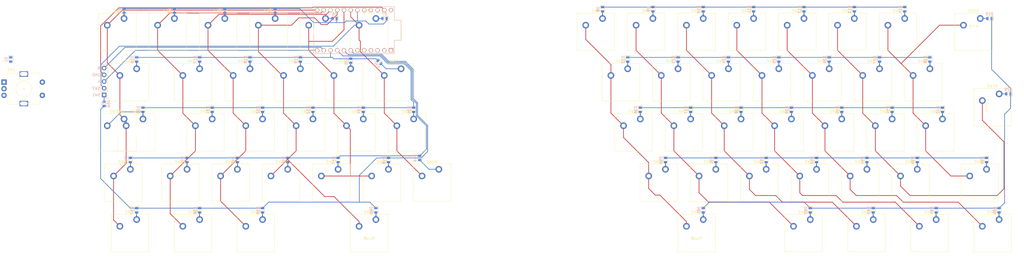
<source format=kicad_pcb>
(kicad_pcb (version 20221018) (generator pcbnew)
  (layers (0 "F.Cu" signal) (31 "B.Cu" signal) (34 "B.Paste" user) (35 "F.Paste" user) (36 "B.SilkS" user "B.Silkscreen") (37 "F.SilkS" user "F.Silkscreen") (38 "B.Mask" user) (39 "F.Mask" user) (44 "Edge.Cuts" user))
  (net 0 "")
  (net 1 "/Row1")
  (net 2 "Net-(D2-A)")
  (net 3 "Net-(D3-A)")
  (net 4 "Net-(D4-A)")
  (net 5 "Net-(D5-A)")
  (net 6 "Net-(D6-A)")
  (net 7 "/Row2")
  (net 8 "Net-(D7-A)")
  (net 9 "Net-(D8-A)")
  (net 10 "Net-(D9-A)")
  (net 11 "Net-(D10-A)")
  (net 12 "Net-(D11-A)")
  (net 13 "Net-(D12-A)")
  (net 14 "/Row3")
  (net 15 "Net-(D13-A)")
  (net 16 "Net-(D14-A)")
  (net 17 "Net-(D15-A)")
  (net 18 "Net-(D16-A)")
  (net 19 "Net-(D17-A)")
  (net 20 "Net-(D18-A)")
  (net 21 "/Row4")
  (net 22 "Net-(D19-A)")
  (net 23 "Net-(D20-A)")
  (net 24 "Net-(D21-A)")
  (net 25 "Net-(D22-A)")
  (net 26 "Net-(D23-A)")
  (net 27 "Net-(D24-A)")
  (net 28 "/Row5")
  (net 29 "Net-(D25-A)")
  (net 30 "Net-(D26-A)")
  (net 31 "Net-(D27-A)")
  (net 32 "Net-(D28-A)")
  (net 33 "Net-(D29-A)")
  (net 34 "/Row1B")
  (net 35 "/Row2B")
  (net 36 "Net-(D31-A)")
  (net 37 "/Row3B")
  (net 38 "Net-(D32-A)")
  (net 39 "/Row4B")
  (net 40 "Net-(D33-A)")
  (net 41 "/Row5B")
  (net 42 "Net-(D34-A)")
  (net 43 "Net-(D35-A)")
  (net 44 "Net-(D36-A)")
  (net 45 "Net-(D37-A)")
  (net 46 "Net-(D38-A)")
  (net 47 "Net-(D39-A)")
  (net 48 "Net-(D40-A)")
  (net 49 "Net-(D41-A)")
  (net 50 "Net-(D42-A)")
  (net 51 "Net-(D43-A)")
  (net 52 "Net-(D44-A)")
  (net 53 "Net-(D45-A)")
  (net 54 "Net-(D46-A)")
  (net 55 "Net-(D47-A)")
  (net 56 "Net-(D48-A)")
  (net 57 "Net-(D49-A)")
  (net 58 "Net-(D50-A)")
  (net 59 "Net-(D51-A)")
  (net 60 "Net-(D52-A)")
  (net 61 "Net-(D53-A)")
  (net 62 "Net-(D54-A)")
  (net 63 "Net-(D55-A)")
  (net 64 "Net-(D56-A)")
  (net 65 "Net-(D57-A)")
  (net 66 "Net-(D58-A)")
  (net 67 "Net-(D59-A)")
  (net 68 "Net-(D60-A)")
  (net 69 "Net-(D61-A)")
  (net 70 "Net-(D62-A)")
  (net 71 "Net-(D63-A)")
  (net 72 "Net-(D64-A)")
  (net 73 "/Col1")
  (net 74 "/Col2")
  (net 75 "/Col3")
  (net 76 "/Col4")
  (net 77 "/Col5")
  (net 78 "/Col6")
  (net 79 "/Col7")
  (net 80 "/Col8")
  (net 81 "/Col9")
  (net 82 "/Col10")
  (net 83 "/Col11")
  (net 84 "/Col12")
  (net 85 "/Col13")
  (net 93 "Net-(D65-A)")
  (net 94 "/Net-(D30-A)")
  (net 95 "Net-(D66-A)")
  (net 96 "/RotA")
  (net 97 "/RotB")
  (net 101 "GND")
  (footprint "PCM_Switch_Keyboard_Cherry_MX:SW_Cherry_MX_PCB_1.00u" (layer "F.Cu") (at 297.4975 69.85)
    (fp_text reference "SW11")
    (fp_text value "SW_SPST")
  )
  (footprint "PCM_Switch_Keyboard_Cherry_MX:SW_Cherry_MX_PCB_1.25u" (layer "F.Cu") (at 366.55375 146.05)
    (fp_text reference "SW64")
    (fp_text value "SW_SPST")
  )
  (footprint "PCM_Switch_Keyboard_Cherry_MX:SW_Cherry_MX_PCB_1.00u" (layer "F.Cu") (at 140.335 127)
    (fp_text reference "SW47")
    (fp_text value "SW_SPST")
  )
  (footprint "PCM_Switch_Keyboard_Cherry_MX:SW_Cherry_MX_PCB_1.00u" (layer "F.Cu") (at 335.5975 69.85)
    (fp_text reference "SW13")
    (fp_text value "SW_SPST")
  )
  (footprint "PCM_Switch_Keyboard_Cherry_MX:SW_Cherry_MX_PCB_1.00u" (layer "F.Cu") (at 121.285 127)
    (fp_text reference "SW46")
    (fp_text value "SW_SPST")
  )
  (footprint "PCM_Switch_Keyboard_Cherry_MX:SW_Cherry_MX_PCB_1.00u" (layer "F.Cu") (at 254.635 107.95)
    (fp_text reference "SW36")
    (fp_text value "SW_SPST")
  )
  (footprint "PCM_Switch_Keyboard_Cherry_MX:SW_Cherry_MX_PCB_1.00u" (layer "F.Cu") (at 316.5475 69.85)
    (fp_text reference "SW12")
    (fp_text value "SW_SPST")
  )
  (footprint "PCM_Switch_Keyboard_Cherry_MX:SW_Cherry_MX_PCB_1.25u" (layer "F.Cu") (at 390.36625 146.05)
    (fp_text reference "SW65")
    (fp_text value "SW_SPST")
  )
  (footprint "PCM_Switch_Keyboard_Cherry_MX:SW_Cherry_MX_PCB_1.00u" (layer "F.Cu") (at 154.6225 69.85)
    (fp_text reference "SW7")
    (fp_text value "SW_SPST")
  )
  (footprint "PCM_Switch_Keyboard_Cherry_MX:SW_Cherry_MX_PCB_1.00u" (layer "F.Cu") (at 102.235 127)
    (fp_text reference "SW45")
    (fp_text value "SW_SPST")
  )
  (footprint "PCM_Switch_Keyboard_Cherry_MX:SW_Cherry_MX_PCB_1.00u" (layer "F.Cu") (at 111.76 107.95)
    (fp_text reference "SW32")
    (fp_text value "SW_SPST")
  )
  (footprint "PCM_Switch_Keyboard_Cherry_MX:SW_Cherry_MX_PCB_1.00u" (layer "F.Cu") (at 345.1225 88.9)
    (fp_text reference "SW27")
    (fp_text value "SW_SPST")
  )
  (footprint "PCM_Switch_Keyboard_Cherry_MX:SW_Cherry_MX_PCB_1.00u" (layer "F.Cu") (at 145.0975 88.9)
    (fp_text reference "SW20")
    (fp_text value "SW_SPST")
  )
  (footprint "PCM_Switch_Keyboard_Cherry_MX:SW_Cherry_MX_PCB_1.25u" (layer "F.Cu") (at 342.74125 146.05)
    (fp_text reference "SW63")
    (fp_text value "SW_SPST")
  )
  (footprint "PCM_Switch_Keyboard_Cherry_MX:SW_Cherry_MX_PCB_1.00u" (layer "F.Cu") (at 292.735 107.95)
    (fp_text reference "SW38")
    (fp_text value "SW_SPST")
  )
  (footprint "PCM_Switch_Keyboard_Cherry_MX:SW_Cherry_MX_PCB_1.00u" (layer "F.Cu") (at 59.3725 69.85)
    (fp_text reference "SW2")
    (fp_text value "SW_SPST")
  )
  (footprint "PCM_Switch_Keyboard_Cherry_MX:SW_Cherry_MX_PCB_1.00u" (layer "F.Cu") (at 311.785 107.95)
    (fp_text reference "SW39")
    (fp_text value "SW_SPST")
  )
  (footprint "PCM_Switch_Keyboard_Cherry_MX:SW_Cherry_MX_PCB_1.00u" (layer "F.Cu") (at 164.1475 88.9)
    (fp_text reference "SW21")
    (fp_text value "SW_SPST")
  )
  (footprint "PCM_Switch_Keyboard_Cherry_MX:SW_Cherry_MX_PCB_1.00u" (layer "F.Cu") (at 278.4475 69.85)
    (fp_text reference "SW10")
    (fp_text value "SW_SPST")
  )
  (footprint "PCM_Switch_Keyboard_Cherry_MX:SW_Cherry_MX_PCB_1.00u" (layer "F.Cu") (at 178.435 127)
    (fp_text reference "SW49")
    (fp_text value "SW_SPST")
  )
  (footprint "PCM_Switch_Keyboard_Cherry_MX:SW_Cherry_MX_PCB_1.00u" (layer "F.Cu") (at 349.885 107.95)
    (fp_text reference "SW41")
    (fp_text value "SW_SPST")
  )
  (footprint "PCM_Switch_Keyboard_Cherry_MX:SW_Cherry_MX_PCB_1.00u" (layer "F.Cu") (at 78.4225 69.85)
    (fp_text reference "SW3")
    (fp_text value "SW_SPST")
  )
  (footprint "PCM_Switch_Keyboard_Cherry_MX:SW_Cherry_MX_PCB_1.75u" (layer "F.Cu") (at 278.4475 146.05)
    (fp_text reference "SW61")
    (fp_text value "SW_SPST")
  )
  (footprint "PCM_Mounting_Keyboard_Stabilizer:Stabilizer_Cherry_MX_2.00u" (layer "F.Cu") (at 390.36625 98.425 90)
    (fp_text reference "ST29")
    (fp_text value "Stabilizer_Cherry_MX_2.00u")
  )
  (footprint "PCM_Switch_Keyboard_Cherry_MX:SW_Cherry_MX_PCB_1.75u" (layer "F.Cu") (at 154.6225 146.05)
    (fp_text reference "SW60")
    (fp_text value "SW_SPST")
  )
  (footprint "PCM_Switch_Keyboard_Cherry_MX:SW_Cherry_MX_PCB_1.00u" (layer "F.Cu") (at 240.3475 69.85)
    (fp_text reference "SW8")
    (fp_text value "SW_SPST")
  )
  (footprint "PCM_Switch_Keyboard_Cherry_MX:SW_Cherry_MX_PCB_1.00u" (layer "F.Cu") (at 83.185 127)
    (fp_text reference "SW44")
    (fp_text value "SW_SPST")
  )
  (footprint "PCM_Switch_Keyboard_Cherry_MX:SW_Cherry_MX_PCB_1.00u" (layer "F.Cu") (at 116.5225 69.85)
    (fp_text reference "SW5")
    (fp_text value "SW_SPST")
  )
  (footprint "PCM_Switch_Keyboard_Cherry_MX:SW_Cherry_MX_PCB_1.75u" (layer "F.Cu") (at 385.60375 127)
    (fp_text reference "SW56")
    (fp_text value "SW_SPST")
  )
  (footprint "PCM_Switch_Keyboard_Cherry_MX:SW_Cherry_MX_PCB_1.00u" (layer "F.Cu") (at 321.31 127)
    (fp_text reference "SW53")
    (fp_text value "SW_SPST")
  )
  (footprint "PCM_Switch_Keyboard_Cherry_MX:SW_Cherry_MX_PCB_1.00u" (layer "F.Cu") (at 87.9475 88.9)
    (fp_text reference "SW17")
    (fp_text value "SW_SPST")
  )
  (footprint "PCM_Switch_Keyboard_Cherry_MX:SW_Cherry_MX_PCB_1.25u" (layer "F.Cu") (at 318.92875 146.05)
    (fp_text reference "SW62")
    (fp_text value "SW_SPST")
  )
  (footprint "PCM_Switch_Keyboard_Cherry_MX:SW_Cherry_MX_PCB_1.00u" (layer "F.Cu") (at 287.9725 88.9)
    (fp_text reference "SW24")
    (fp_text value "SW_SPST")
  )
  (footprint "PCM_Mounting_Keyboard_Stabilizer:Stabilizer_Cherry_MX_3.00u" (layer "F.Cu") (at 154.6225 146.05 180)
    (fp_text reference "ST60")
    (fp_text value "Stabilizer_Cherry_MX_3.00u")
  )
  (footprint "PCM_Switch_Keyboard_Cherry_MX:SW_Cherry_MX_PCB_1.00u" (layer "F.Cu") (at 264.16 127)
    (fp_text reference "SW50")
    (fp_text value "SW_SPST")
  )
  (footprint "PCM_Switch_Keyboard_Cherry_MX:SW_Cherry_MX_PCB_1.00u" (layer "F.Cu") (at 307.0225 88.9)
    (fp_text reference "SW25")
    (fp_text value "SW_SPST")
  )
  (footprint "PCM_Switch_Keyboard_Cherry_MX:SW_Cherry_MX_PCB_1.00u" (layer "F.Cu") (at 135.5725 69.85)
    (fp_text reference "SW6" hide)
    (fp_text value "SW_SPST")
  )
  (footprint "PCM_Switch_Keyboard_Cherry_MX:SW_Cherry_MX_PCB_1.75u" (layer "F.Cu") (at 66.51625 107.95)
    (fp_text reference "SW30")
    (fp_text value "SW_SPST")
  )
  (footprint "PCM_Switch_Keyboard_Cherry_MX:SW_Cherry_MX_PCB_1.00u" (layer "F.Cu") (at 259.3975 69.85)
    (fp_text reference "SW9")
    (fp_text value "SW_SPST")
  )
  (footprint "PCM_Switch_Keyboard_Cherry_MX:SW_Cherry_MX_PCB_1.00u" (layer "F.Cu") (at 273.685 107.95)
    (fp_text reference "SW37")
    (fp_text value "SW_SPST")
  )
  (footprint "PCM_Switch_Keyboard_Cherry_MX:SW_Cherry_MX_PCB_1.00u" (layer "F.Cu") (at 330.835 107.95)
    (fp_text reference "SW40")
    (fp_text value "SW_SPST")
  )
  (footprint "PCM_Mounting_Keyboard_Stabilizer:Stabilizer_Cherry_MX_2.00u" (layer "F.Cu") (at 154.6225 146.05 180)
    (fp_text reference "REF**")
    (fp_text value "Stabilizer_Cherry_MX_2.00u")
  )
  (footprint "PCM_Switch_Keyboard_Cherry_MX:SW_Cherry_MX_PCB_1.00u" (layer "F.Cu") (at 92.71 107.95)
    (fp_text reference "SW31")
    (fp_text value "SW_SPST")
  )
  (footprint "PCM_Mounting_Keyboard_Stabilizer:Stabilizer_Cherry_MX_3.00u" (layer "F.Cu") (at 278.4475 146.05 180)
    (fp_text reference "ST61")
    (fp_text value "Stabilizer_Cherry_MX_3.00u")
  )
  (footprint "PCM_Mounting_Keyboard_Stabilizer:Stabilizer_Cherry_MX_2.00u" (layer "F.Cu") (at 278.4475 146.05 180)
    (fp_text reference "REF**")
    (fp_text value "Stabilizer_Cherry_MX_2.00u")
  )
  (footprint "PCM_Switch_Keyboard_Cherry_MX:SW_Cherry_MX_PCB_1.00u" (layer "F.Cu") (at 249.8725 88.9)
    (fp_text reference "SW22")
    (fp_text value "SW_SPST")
  )
  (footprint "PCM_Switch_Keyboard_Cherry_MX:SW_Cherry_MX_PCB_1.00u" (layer "F.Cu") (at 340.36 127)
    (fp_text reference "SW54")
    (fp_text value "SW_SPST")
  )
  (footprint "PCM_Switch_Keyboard_Cherry_MX:SW_Cherry_MX_PCB_1.00u" (layer "F.Cu") (at 149.86 107.95)
    (fp_text reference "SW34")
    (fp_text value "SW_SPST")
  )
  (footprint "PCM_Switch_Keyboard_Cherry_MX:SW_Cherry_MX_PCB_1.00u" (layer "F.Cu") (at 159.385 127)
    (fp_text reference "SW48")
    (fp_text value "SW_SPST")
  )
  (footprint "PCM_Switch_Keyboard_Cherry_MX:SW_Cherry_MX_PCB" (layer "F.Cu") (at 59.3725 107.95)
    (fp_text reference "SW33A1")
    (fp_text value "SW_SPST")
  )
  (footprint "PCM_Switch_Keyboard_Cherry_MX:SW_Cherry_MX_PCB_1.00u" (layer "F.Cu") (at 126.0475 88.9)
    (fp_text reference "SW19")
    (fp_text value "SW_SPST")
  )
  (footprint "PCM_Switch_Keyboard_Cherry_MX:SW_Cherry_MX_PCB_1.50u" (layer "F.Cu") (at 64.135 88.9)
    (fp_text reference "SW16")
    (fp_text value "SW_SPST")
  )
  (footprint "PCM_Switch_Keyboard_Cherry_MX:SW_Cherry_MX_PCB_1.00u" (layer "F.Cu") (at 106.9975 88.9)
    (fp_text reference "SW18")
    (fp_text value "SW_SPST")
  )
  (footprint "PCM_Switch_Keyboard_Cherry_MX:SW_Cherry_MX_PCB_1.00u" (layer "F.Cu") (at 359.41 127)
    (fp_text reference "SW55")
    (fp_text value "SW_SPST")
  )
  (footprint "PCM_Switch_Keyboard_Cherry_MX:SW_Cherry_MX_PCB_1.00u" (layer "F.Cu") (at 283.21 127)
    (fp_text reference "SW51")
    (fp_text value "SW_SPST")
  )
  (footprint "PCM_Mounting_Keyboard_Stabilizer:Stabilizer_Cherry_MX_2.00u" (layer "F.Cu") (at 383.2225 69.85)
    (fp_text reference "ST15")
    (fp_text value "Stabilizer_Cherry_MX_2.00u")
  )
  (footprint "PCM_Switch_Keyboard_Cherry_MX:SW_Cherry_MX_PCB_1.00u" (layer "F.Cu") (at 326.0725 88.9)
    (fp_text reference "SW26")
    (fp_text value "SW_SPST")
  )
  (footprint "PCM_Switch_Keyboard_Cherry_MX:SW_Cherry_MX_PCB_1.50u" (layer "F.Cu") (at 64.135 146.05)
    (fp_text reference "SW57")
    (fp_text value "SW_SPST")
  )
  (footprint "PCM_Switch_Keyboard_Cherry_MX:SW_Cherry_MX_PCB_1.00u" (layer "F.Cu") (at 268.9225 88.9)
    (fp_text reference "SW23")
    (fp_text value "SW_SPST")
  )
  (footprint "PCM_Switch_Keyboard_Cherry_MX:SW_Cherry_MX_PCB_ISOEnter" (layer "F.Cu") (at 390.36625 98.425)
    (fp_text reference "SW29")
    (fp_text value "SW_SPST")
  )
  (footprint "PCM_Switch_Keyboard_Cherry_MX:SW_Cherry_MX_PCB_2.00u" (layer "F.Cu") (at 383.2225 69.85)
    (fp_text reference "SW15")
    (fp_text value "SW_SPST")
  )
  (footprint "PCM_Switch_Keyboard_Cherry_MX:SW_Cherry_MX_PCB_1.00u" (layer "F.Cu") (at 368.935 107.95)
    (fp_text reference "SW42")
    (fp_text value "SW_SPST")
  )
  (footprint "PCM_Switch_Keyboard_Cherry_MX:SW_Cherry_MX_PCB_1.00u" (layer "F.Cu") (at 354.6475 69.85)
    (fp_text reference "SW14")
    (fp_text value "SW_SPST")
  )
  (footprint "PCM_Switch_Keyboard_Cherry_MX:SW_Cherry_MX_PCB_1.00u" (layer "F.Cu") (at 87.9475 146.05)
    (fp_text reference "SW58")
    (fp_text value "SW_SPST")
  )
  (footprint "PCM_Switch_Keyboard_Cherry_MX:SW_Cherry_MX_PCB_1.00u" (layer "F.Cu") (at 130.81 107.95)
    (fp_text reference "SW33")
    (fp_text value "SW_SPST")
  )
  (footprint "PCM_Switch_Keyboard_Cherry_MX:SW_Cherry_MX_PCB_1.00u" (layer "F.Cu") (at 302.26 127)
    (fp_text reference "SW52")
    (fp_text value "SW_SPST")
  )
  (footprint "PCM_Switch_Keyboard_Cherry_MX:SW_Cherry_MX_PCB_1.00u" (layer "F.Cu") (at 97.4725 69.85)
    (fp_text reference "SW4")
    (fp_text value "SW_SPST")
  )
  (footprint "PCM_Switch_Keyboard_Cherry_MX:SW_Cherry_MX_PCB_1.00u" (layer "F.Cu") (at 364.1725 88.9)
    (fp_text reference "SW28")
    (fp_text value "SW_SPST")
  )
  (footprint "PCM_Switch_Keyboard_Cherry_MX:SW_Cherry_MX_PCB_1.50u" (layer "F.Cu") (at 111.76 146.05)
    (fp_text reference "SW59")
    (fp_text value "SW_SPST")
  )
  (footprint "PCM_Switch_Keyboard_Cherry_MX:SW_Cherry_MX_PCB_1.25u" (layer "F.Cu") (at 61.75375 127)
    (fp_text reference "SW43")
    (fp_text value "SW_SPST")
  )
  (footprint "Rotary_Encoder:RotaryEncoder_Alps_EC11E-Switch_Vertical_H20mm" (layer "F.Cu") (at 16.51 88.9)
    (fp_text reference "SW1")
    (fp_text value "RotaryEncoder_Switch")
  )
  (footprint "PCM_Switch_Keyboard_Cherry_MX:SW_Cherry_MX_PCB_1.00u" (layer "F.Cu") (at 168.91 107.95)
    (fp_text reference "SW35")
    (fp_text value "SW_SPST")
  )
  (footprint "Diode_SMD:D_MicroMELF" (layer "B.Cu") (at 152.4 99.37 -90)
    (fp_text reference "D34")
    (fp_text value "MCL4148")
  )
  (footprint "Diode_SMD:D_MicroMELF" (layer "B.Cu") (at 173.755 117.62 -90)
    (fp_text reference "D49")
    (fp_text value "MCL4148")
  )
  (footprint "Diode_SMD:D_MicroMELF" (layer "B.Cu") (at 104.775 118.42 -90)
    (fp_text reference "D45")
    (fp_text value "MCL4148")
  )
  (footprint "Diode_SMD:D_MicroMELF" (layer "B.Cu") (at 328.6125 80.32 -90)
    (fp_text reference "D26")
    (fp_text value "MCL4148")
  )
  (footprint "Diode_SMD:D_MicroMELF" (layer "B.Cu") (at 392.90625 137.47 -90)
    (fp_text reference "D65")
    (fp_text value "MCL4148")
  )
  (footprint "Diode_SMD:D_MicroMELF" (layer "B.Cu") (at 133.35 99.37 -90)
    (fp_text reference "D33")
    (fp_text value "MCL4148")
  )
  (footprint "Diode_SMD:D_MicroMELF" (layer "B.Cu") (at 321.46875 137.47 -90)
    (fp_text reference "D62")
    (fp_text value "MCL4148")
  )
  (footprint "Diode_SMD:D_MicroMELF" (layer "B.Cu") (at 161.925 118.42 -90)
    (fp_text reference "D48")
    (fp_text value "MCL4148")
  )
  (footprint "Diode_SMD:D_MicroMELF" (layer "B.Cu") (at 280.9875 137.47 -90)
    (fp_text reference "D61")
    (fp_text value "MCL4148")
  )
  (footprint "Diode_SMD:D_MicroMELF" (layer "B.Cu") (at 261.9375 61.27 -90)
    (fp_text reference "D9")
    (fp_text value "MCL4148")
  )
  (footprint "Diode_SMD:D_MicroMELF" (layer "B.Cu") (at 147.6375 80.825 -90)
    (fp_text reference "D20")
    (fp_text value "MCL4148")
  )
  (footprint "Diode_SMD:D_MicroMELF" (layer "B.Cu") (at 114.3 99.37 -90)
    (fp_text reference "D32")
    (fp_text value "MCL4148")
  )
  (footprint "Diode_SMD:D_MicroMELF" (layer "B.Cu") (at 54.375 97.085 90)
    (fp_text reference "D66")
    (fp_text value "MCL4148")
  )
  (footprint "Diode_SMD:D_MicroMELF" (layer "B.Cu") (at 389.2625 64.77 180)
    (fp_text reference "D15")
    (fp_text value "MCL4148")
  )
  (footprint "Diode_SMD:D_MicroMELF" (layer "B.Cu") (at 388.14375 118.42 -90)
    (fp_text reference "D56")
    (fp_text value "MCL4148")
  )
  (footprint "Diode_SMD:D_MicroMELF" (layer "B.Cu") (at 369.09375 137.47 -90)
    (fp_text reference "D64")
    (fp_text value "MCL4148")
  )
  (footprint "Diode_SMD:D_MicroMELF" (layer "B.Cu") (at 90.4875 137.47 -90)
    (fp_text reference "D58")
    (fp_text value "MCL4148")
  )
  (footprint "Diode_SMD:D_MicroMELF" (layer "B.Cu") (at 142.875 118.42 -90)
    (fp_text reference "D47")
    (fp_text value "MCL4148")
  )
  (footprint "Diode_SMD:D_MicroMELF" (layer "B.Cu") (at 158.515 81.325 -45)
    (fp_text reference "D21")
    (fp_text value "MCL4148")
  )
  (footprint "Diode_SMD:D_MicroMELF" (layer "B.Cu") (at 300.0375 61.27 -90)
    (fp_text reference "D11")
    (fp_text value "MCL4148")
  )
  (footprint "Diode_SMD:D_MicroMELF" (layer "B.Cu") (at 396.40625 93.345 180)
    (fp_text reference "D29")
    (fp_text value "MCL4148")
  )
  (footprint "Diode_SMD:D_MicroMELF" (layer "B.Cu") (at 114.3 137.47 -90)
    (fp_text reference "D59")
    (fp_text value "MCL4148")
  )
  (footprint "Diode_SMD:D_MicroMELF" (layer "B.Cu") (at 338.1375 61.27 -90)
    (fp_text reference "D13")
    (fp_text value "MCL4148")
  )
  (footprint "Diode_SMD:D_MicroMELF" (layer "B.Cu") (at 252.4125 80.32 -90)
    (fp_text reference "D22")
    (fp_text value "MCL4148")
  )
  (footprint "Diode_SMD:D_MicroMELF" (layer "B.Cu") (at 366.7125 80.32 -90)
    (fp_text reference "D28")
    (fp_text value "MCL4148")
  )
  (footprint "Diode_SMD:D_MicroMELF" (layer "B.Cu") (at 345.28125 137.47 -90)
    (fp_text reference "D63")
    (fp_text value "MCL4148")
  )
  (footprint "Diode_SMD:D_MicroMELF" (layer "B.Cu") (at 323.85 118.42 -90)
    (fp_text reference "D53")
    (fp_text value "MCL4148")
  )
  (footprint "Diode_SMD:D_MicroMELF" (layer "B.Cu") (at 100.0125 61.825 -90)
    (fp_text reference "D4")
    (fp_text value "MCL4148")
  )
  (footprint "Diode_SMD:D_MicroMELF" (layer "B.Cu") (at 290.5125 80.32 -90)
    (fp_text reference "D24")
    (fp_text value "MCL4148")
  )
  (footprint "Diode_SMD:D_MicroMELF" (layer "B.Cu") (at 119.0625 61.825 -90)
    (fp_text reference "D5")
    (fp_text value "MCL4148")
  )
  (footprint "Diode_SMD:D_MicroMELF" (layer "B.Cu") (at 314.325 99.37 -90)
    (fp_text reference "D39")
    (fp_text value "MCL4148")
  )
  (footprint "Diode_SMD:D_MicroMELF" (layer "B.Cu") (at 69.05625 99.37 -90)
    (fp_text reference "D30")
    (fp_text value "MCL4148")
  )
  (footprint "Diode_SMD:D_MicroMELF" (layer "B.Cu") (at 171.45 99.37 -90)
    (fp_text reference "D35")
    (fp_text value "MCL4148")
  )
  (footprint "Diode_SMD:D_MicroMELF" (layer "B.Cu") (at 371.475 99.37 -90)
    (fp_text reference "D42")
    (fp_text value "MCL4148")
  )
  (footprint "Diode_SMD:D_MicroMELF" (layer "B.Cu") (at 319.0875 61.27 -90)
    (fp_text reference "D12")
    (fp_text value "MCL4148")
  )
  (footprint "Diode_SMD:D_MicroMELF" (layer "B.Cu") (at 352.425 99.37 -90)
    (fp_text reference "D41")
    (fp_text value "MCL4148")
  )
  (footprint "Diode_SMD:D_MicroMELF" (layer "B.Cu") (at 280.9875 61.27 -90)
    (fp_text reference "D10")
    (fp_text value "MCL4148")
  )
  (footprint "Diode_SMD:D_MicroMELF" (layer "B.Cu") (at 309.5625 80.32 -90)
    (fp_text reference "D25")
    (fp_text value "MCL4148")
  )
  (footprint "Diode_SMD:D_MicroMELF" (layer "B.Cu") (at 271.4625 80.32 -90)
    (fp_text reference "D23")
    (fp_text value "MCL4148")
  )
  (footprint "promicro:ProMicro" (layer "B.Cu") (at 148.907489 69.2151 180)
    (fp_text reference "U1" hide)
    (fp_text value "ProMicro")
  )
  (footprint "Diode_SMD:D_MicroMELF" (layer "B.Cu") (at 157.1625 137.47 -90)
    (fp_text reference "D60")
    (fp_text value "MCL4148")
  )
  (footprint "Diode_SMD:D_MicroMELF" (layer "B.Cu") (at 61.9125 61.825 -90)
    (fp_text reference "D2")
    (fp_text value "MCL4148")
  )
  (footprint "Diode_SMD:D_MicroMELF" (layer "B.Cu") (at 160.435 64.77 180)
    (fp_text reference "D7")
    (fp_text value "MCL4148")
  )
  (footprint "Diode_SMD:D_MicroMELF" (layer "B.Cu") (at 242.8875 61.27 -90)
    (fp_text reference "D8")
    (fp_text value "MCL4148")
  )
  (footprint "Diode_SMD:D_MicroMELF" (layer "B.Cu") (at 90.4875 80.32 -90)
    (fp_text reference "D17")
    (fp_text value "MCL4148")
  )
  (footprint "Diode_SMD:D_MicroMELF" (layer "B.Cu") (at 333.375 99.37 -90)
    (fp_text reference "D40")
    (fp_text value "MCL4148")
  )
  (footprint "Connector_PinSocket_2.54mm:PinSocket_1x05_P2.54mm_Vertical" (layer "B.Cu") (at 54.375 93.745)
    (fp_text reference "J1")
    (fp_text value "Conn_01x05")
  )
  (footprint "Diode_SMD:D_MicroMELF" (layer "B.Cu") (at 257.175 99.37 -90)
    (fp_text reference "D36")
    (fp_text value "MCL4148")
  )
  (footprint "Diode_SMD:D_MicroMELF" (layer "B.Cu") (at 266.7 118.42 -90)
    (fp_text reference "D50")
    (fp_text value "MCL4148")
  )
  (footprint "Diode_SMD:D_MicroMELF" (layer "B.Cu") (at 64.29375 118.42 -90)
    (fp_text reference "D43")
    (fp_text value "MCL4148")
  )
  (footprint "Diode_SMD:D_MicroMELF" (layer "B.Cu") (at 304.8 118.42 -90)
    (fp_text reference "D52")
    (fp_text value "MCL4148")
  )
  (footprint "Diode_SMD:D_MicroMELF" (layer "B.Cu") (at 357.1875 61.27 -90)
    (fp_text reference "D14")
    (fp_text value "MCL4148")
  )
  (footprint "Diode_SMD:D_MicroMELF" (layer "B.Cu") (at 123.825 118.42 -90)
    (fp_text reference "D46")
    (fp_text value "MCL4148")
  )
  (footprint "Diode_SMD:D_MicroMELF" (layer "B.Cu") (at 128.5875 80.32 -90)
    (fp_text reference "D19")
    (fp_text value "MCL4148")
  )
  (footprint "Diode_SMD:D_MicroMELF" (layer "B.Cu") (at 347.6625 80.32 -90)
    (fp_text reference "D27")
    (fp_text value "MCL4148")
  )
  (footprint "Diode_SMD:D_MicroMELF" (layer "B.Cu") (at 295.275 99.37 -90)
    (fp_text reference "D38")
    (fp_text value "MCL4148")
  )
  (footprint "Diode_SMD:D_MicroMELF" (layer "B.Cu") (at 95.25 99.37 -90)
    (fp_text reference "D31")
    (fp_text value "MCL4148")
  )
  (footprint "Diode_SMD:D_MicroMELF" (layer "B.Cu") (at 85.725 118.42 -90)
    (fp_text reference "D44")
    (fp_text value "MCL4148")
  )
  (footprint "Diode_SMD:D_MicroMELF" (layer "B.Cu") (at 285.75 118.42 -90)
    (fp_text reference "D51")
    (fp_text value "MCL4148")
  )
  (footprint "Diode_SMD:D_MicroMELF" (layer "B.Cu") (at 19.05 80.32 -90)
    (fp_text reference "D1")
    (fp_text value "MCL4148")
  )
  (footprint "Diode_SMD:D_MicroMELF" (layer "B.Cu") (at 66.675 137.47 -90)
    (fp_text reference "D57")
    (fp_text value "MCL4148")
  )
  (footprint "Diode_SMD:D_MicroMELF" (layer "B.Cu") (at 141.535 64.77 180)
    (fp_text reference "D6")
    (fp_text value "MCL4148" hide)
  )
  (footprint "Diode_SMD:D_MicroMELF" (layer "B.Cu") (at 276.225 99.37 -90)
    (fp_text reference "D37")
    (fp_text value "MCL4148")
  )
  (footprint "Diode_SMD:D_MicroMELF" (layer "B.Cu") (at 80.9625 61.825 -90)
    (fp_text reference "D3")
    (fp_text value "MCL4148")
  )
  (footprint "Diode_SMD:D_MicroMELF" (layer "B.Cu") (at 109.5375 80.32 -90)
    (fp_text reference "D18")
    (fp_text value "MCL4148")
  )
  (footprint "Diode_SMD:D_MicroMELF" (layer "B.Cu") (at 361.95 118.42 -90)
    (fp_text reference "D55")
    (fp_text value "MCL4148")
  )
  (footprint "Diode_SMD:D_MicroMELF" (layer "B.Cu") (at 342.9 118.42 -90)
    (fp_text reference "D54")
    (fp_text value "MCL4148")
  )
  (footprint "Diode_SMD:D_MicroMELF" (layer "B.Cu") (at 66.675 80.32 -90)
    (fp_text reference "D16")
    (fp_text value "MCL4148")
  )
  (gr_text "SW1" (at 53 93.745) (layer "B.SilkS") (effects (font (size 1 1)) (justify left mirror)))
  (gr_text "SW2" (at 53 91.205) (layer "B.SilkS") (effects (font (size 1 1)) (justify left mirror)))
  (gr_text "GND" (at 53 86.125) (layer "B.SilkS") (effects (font (size 1 1)) (justify left mirror)))
  (gr_text "A" (at 53 88.665) (layer "B.SilkS") (effects (font (size 1 1)) (justify left mirror)))
  (gr_text "B" (at 53 83.585) (layer "B.SilkS") (effects (font (size 1 1)) (justify left mirror)))
  (segment (start 128.335 61.025) (end 119.0625 61.025) (width 0.25) (layer "B.Cu") (net 1))
  (segment (start 142.317705 66.345) (end 133.655 66.345) (width 0.25) (layer "B.Cu") (net 1))
  (segment (start 150.177489 65.720509) (end 150.162998 65.735) (width 0.25) (layer "B.Cu") (net 1))
  (segment (start 159.979887 66.880113) (end 154.510113 66.880113) (width 0.25) (layer "B.Cu") (net 1))
  (segment (start 153.365 65.735) (end 154.510113 66.880113) (width 0.25) (layer "B.Cu") (net 1))
  (segment (start 145.275 66.345) (end 145.885 65.735) (width 0.25) (layer "B.Cu") (net 1))
  (segment (start 142.335 66.327705) (end 142.317705 66.345) (width 0.25) (layer "B.Cu") (net 1))
  (segment (start 150.177489 61.5951) (end 150.177489 65.720509) (width 0.25) (layer "B.Cu") (net 1))
  (segment (start 161.235 65.625) (end 159.979887 66.880113) (width 0.25) (layer "B.Cu") (net 1))
  (segment (start 142.335 64.77) (end 142.335 66.327705) (width 0.25) (layer "B.Cu") (net 1))
  (segment (start 142.317705 66.345) (end 145.275 66.345) (width 0.25) (layer "B.Cu") (net 1))
  (segment (start 133.655 66.345) (end 128.335 61.025) (width 0.25) (layer "B.Cu") (net 1))
  (segment (start 161.235 64.77) (end 161.235 65.625) (width 0.25) (layer "B.Cu") (net 1))
  (segment (start 145.885 65.735) (end 150.162998 65.735) (width 0.25) (layer "B.Cu") (net 1))
  (segment (start 150.162998 65.735) (end 153.365 65.735) (width 0.25) (layer "B.Cu") (net 1))
  (segment (start 119.0625 61.025) (end 61.9125 61.025) (width 0.25) (layer "B.Cu") (net 1))
  (segment (start 61.9125 64.77) (end 61.9125 62.07) (width 0.25) (layer "B.Cu") (net 2))
  (segment (start 61.9125 64.77) (end 61.9125 62.07) (width 0.25) (layer "B.Cu") (net 2))
  (segment (start 61.9125 64.77) (end 61.9125 62.07) (width 0.25) (layer "B.Cu") (net 2))
  (segment (start 61.9125 64.77) (end 61.9125 62.07) (width 0.25) (layer "B.Cu") (net 2))
  (segment (start 80.9625 64.77) (end 80.9625 62.07) (width 0.25) (layer "B.Cu") (net 3))
  (segment (start 80.9625 64.77) (end 80.9625 62.07) (width 0.25) (layer "B.Cu") (net 3))
  (segment (start 80.9625 64.77) (end 80.9625 62.07) (width 0.25) (layer "B.Cu") (net 3))
  (segment (start 80.9625 64.77) (end 80.9625 62.07) (width 0.25) (layer "B.Cu") (net 3))
  (segment (start 100.0125 64.77) (end 100.0125 62.07) (width 0.25) (layer "B.Cu") (net 4))
  (segment (start 100.0125 64.77) (end 100.0125 62.07) (width 0.25) (layer "B.Cu") (net 4))
  (segment (start 100.0125 64.77) (end 100.0125 62.07) (width 0.25) (layer "B.Cu") (net 4))
  (segment (start 100.0125 64.77) (end 100.0125 62.07) (width 0.25) (layer "B.Cu") (net 4))
  (segment (start 119.0625 64.77) (end 119.0625 62.07) (width 0.25) (layer "B.Cu") (net 5))
  (segment (start 119.0625 64.77) (end 119.0625 62.07) (width 0.25) (layer "B.Cu") (net 5))
  (segment (start 119.0625 64.77) (end 119.0625 62.07) (width 0.25) (layer "B.Cu") (net 5))
  (segment (start 119.0625 64.77) (end 119.0625 62.07) (width 0.25) (layer "B.Cu") (net 5))
  (segment (start 140.735 64.77) (end 138.1125 64.77) (width 0.25) (layer "B.Cu") (net 6))
  (segment (start 90.4875 79.52) (end 109.5375 79.52) (width 0.25) (layer "B.Cu") (net 7))
  (segment (start 140.017489 76.8351) (end 140.017489 79.489596) (width 0.25) (layer "B.Cu") (net 7))
  (segment (start 141.24 80.025) (end 147.6375 80.025) (width 0.25) (layer "B.Cu") (net 7))
  (segment (start 140.017489 79.489596) (end 139.987085 79.52) (width 0.25) (layer "B.Cu") (net 7))
  (segment (start 66.675 79.52) (end 90.4875 79.52) (width 0.25) (layer "B.Cu") (net 7))
  (segment (start 140.735 79.52) (end 139.987085 79.52) (width 0.25) (layer "B.Cu") (net 7))
  (segment (start 147.623009 79.505509) (end 147.6375 79.52) (width 0.25) (layer "B.Cu") (net 7))
  (segment (start 109.5375 79.52) (end 128.5875 79.52) (width 0.25) (layer "B.Cu") (net 7))
  (segment (start 157.949315 80.759315) (end 157.215 80.025) (width 0.25) (layer "B.Cu") (net 7))
  (segment (start 139.987085 79.52) (end 128.5875 79.52) (width 0.25) (layer "B.Cu") (net 7))
  (segment (start 140.735 79.52) (end 141.24 80.025) (width 0.25) (layer "B.Cu") (net 7))
  (segment (start 157.215 80.025) (end 147.6375 80.025) (width 0.25) (layer "B.Cu") (net 7))
  (segment (start 159.635 64.77) (end 157.1625 64.77) (width 0.25) (layer "B.Cu") (net 8))
  (segment (start 242.8875 64.77) (end 242.8875 62.07) (width 0.25) (layer "B.Cu") (net 9))
  (segment (start 242.8875 64.77) (end 242.8875 62.07) (width 0.25) (layer "B.Cu") (net 9))
  (segment (start 242.8875 64.77) (end 242.8875 62.07) (width 0.25) (layer "B.Cu") (net 9))
  (segment (start 242.8875 64.77) (end 242.8875 62.07) (width 0.25) (layer "B.Cu") (net 9))
  (segment (start 261.9375 64.77) (end 261.9375 62.07) (width 0.25) (layer "B.Cu") (net 10))
  (segment (start 261.9375 64.77) (end 261.9375 62.07) (width 0.25) (layer "B.Cu") (net 10))
  (segment (start 261.9375 64.77) (end 261.9375 62.07) (width 0.25) (layer "B.Cu") (net 10))
  (segment (start 261.9375 64.77) (end 261.9375 62.07) (width 0.25) (layer "B.Cu") (net 10))
  (segment (start 280.9875 64.77) (end 280.9875 62.07) (width 0.25) (layer "B.Cu") (net 11))
  (segment (start 280.9875 64.77) (end 280.9875 62.07) (width 0.25) (layer "B.Cu") (net 11))
  (segment (start 280.9875 64.77) (end 280.9875 62.07) (width 0.25) (layer "B.Cu") (net 11))
  (segment (start 280.9875 64.77) (end 280.9875 62.07) (width 0.25) (layer "B.Cu") (net 11))
  (segment (start 300.0375 64.77) (end 300.0375 62.07) (width 0.25) (layer "B.Cu") (net 12))
  (segment (start 300.0375 64.77) (end 300.0375 62.07) (width 0.25) (layer "B.Cu") (net 12))
  (segment (start 300.0375 64.77) (end 300.0375 62.07) (width 0.25) (layer "B.Cu") (net 12))
  (segment (start 300.0375 64.77) (end 300.0375 62.07) (width 0.25) (layer "B.Cu") (net 12))
  (segment (start 319.0875 64.77) (end 319.0875 62.07) (width 0.25) (layer "B.Cu") (net 13))
  (segment (start 319.0875 64.77) (end 319.0875 62.07) (width 0.25) (layer "B.Cu") (net 13))
  (segment (start 319.0875 64.77) (end 319.0875 62.07) (width 0.25) (layer "B.Cu") (net 13))
  (segment (start 319.0875 64.77) (end 319.0875 62.07) (width 0.25) (layer "B.Cu") (net 13))
  (segment (start 144.677389 78.955) (end 158.701396 78.955) (width 0.25) (layer "B.Cu") (net 14))
  (segment (start 167.9425 81.93) (end 170.4775 84.465) (width 0.25) (layer "B.Cu") (net 14))
  (segment (start 170.4775 95.5475) (end 171.45 96.52) (width 0.25) (layer "B.Cu") (net 14))
  (segment (start 171.45 96.52) (end 171.45 98.57) (width 0.25) (layer "B.Cu") (net 14))
  (segment (start 161.676396 81.93) (end 167.9425 81.93) (width 0.25) (layer "B.Cu") (net 14))
  (segment (start 69.05625 98.57) (end 171.45 98.57) (width 0.25) (layer "B.Cu") (net 14))
  (segment (start 142.557489 76.8351) (end 144.677389 78.955) (width 0.25) (layer "B.Cu") (net 14))
  (segment (start 158.701396 78.955) (end 161.676396 81.93) (width 0.25) (layer "B.Cu") (net 14))
  (segment (start 170.4775 84.465) (end 170.4775 95.5475) (width 0.25) (layer "B.Cu") (net 14))
  (segment (start 338.1375 64.77) (end 338.1375 62.07) (width 0.25) (layer "B.Cu") (net 15))
  (segment (start 338.1375 64.77) (end 338.1375 62.07) (width 0.25) (layer "B.Cu") (net 15))
  (segment (start 338.1375 64.77) (end 338.1375 62.07) (width 0.25) (layer "B.Cu") (net 15))
  (segment (start 338.1375 64.77) (end 338.1375 62.07) (width 0.25) (layer "B.Cu") (net 15))
  (segment (start 357.1875 64.77) (end 357.1875 62.07) (width 0.25) (layer "B.Cu") (net 16))
  (segment (start 357.1875 64.77) (end 357.1875 62.07) (width 0.25) (layer "B.Cu") (net 16))
  (segment (start 357.1875 64.77) (end 357.1875 62.07) (width 0.25) (layer "B.Cu") (net 16))
  (segment (start 357.1875 64.77) (end 357.1875 62.07) (width 0.25) (layer "B.Cu") (net 16))
  (segment (start 388.4625 64.77) (end 385.7625 64.77) (width 0.25) (layer "B.Cu") (net 17))
  (segment (start 66.675 83.82) (end 66.675 81.12) (width 0.25) (layer "B.Cu") (net 18))
  (segment (start 66.675 83.82) (end 66.675 81.12) (width 0.25) (layer "B.Cu") (net 18))
  (segment (start 66.675 83.82) (end 66.675 81.12) (width 0.25) (layer "B.Cu") (net 18))
  (segment (start 66.675 83.82) (end 66.675 81.12) (width 0.25) (layer "B.Cu") (net 18))
  (segment (start 90.4875 83.82) (end 90.4875 81.12) (width 0.25) (layer "B.Cu") (net 19))
  (segment (start 90.4875 83.82) (end 90.4875 81.12) (width 0.25) (layer "B.Cu") (net 19))
  (segment (start 90.4875 83.82) (end 90.4875 81.12) (width 0.25) (layer "B.Cu") (net 19))
  (segment (start 90.4875 83.82) (end 90.4875 81.12) (width 0.25) (layer "B.Cu") (net 19))
  (segment (start 109.5375 83.82) (end 109.5375 81.12) (width 0.25) (layer "B.Cu") (net 20))
  (segment (start 109.5375 83.82) (end 109.5375 81.12) (width 0.25) (layer "B.Cu") (net 20))
  (segment (start 109.5375 83.82) (end 109.5375 81.12) (width 0.25) (layer "B.Cu") (net 20))
  (segment (start 109.5375 83.82) (end 109.5375 81.12) (width 0.25) (layer "B.Cu") (net 20))
  (segment (start 161.862792 81.48) (end 158.887792 78.505) (width 0.25) (layer "B.Cu") (net 21))
  (segment (start 146.767389 78.505) (end 145.097489 76.8351) (width 0.25) (layer "B.Cu") (net 21))
  (segment (start 142.875 117.62) (end 143.675 116.82) (width 0.25) (layer "B.Cu") (net 21))
  (segment (start 172.485 101.677613) (end 172.485 96.918604) (width 0.25) (layer "B.Cu") (net 21))
  (segment (start 64.29375 117.62) (end 142.875 117.62) (width 0.25) (layer "B.Cu") (net 21))
  (segment (start 168.128896 81.48) (end 161.862792 81.48) (width 0.25) (layer "B.Cu") (net 21))
  (segment (start 143.675 116.82) (end 173.755 116.82) (width 0.25) (layer "B.Cu") (net 21))
  (segment (start 176.295 105.487613) (end 172.485 101.677613) (width 0.25) (layer "B.Cu") (net 21))
  (segment (start 170.9275 84.278604) (end 168.128896 81.48) (width 0.25) (layer "B.Cu") (net 21))
  (segment (start 170.9275 95.361104) (end 170.9275 84.278604) (width 0.25) (layer "B.Cu") (net 21))
  (segment (start 172.485 96.918604) (end 170.9275 95.361104) (width 0.25) (layer "B.Cu") (net 21))
  (segment (start 176.295 114.28) (end 176.295 105.487613) (width 0.25) (layer "B.Cu") (net 21))
  (segment (start 158.887792 78.505) (end 146.767389 78.505) (width 0.25) (layer "B.Cu") (net 21))
  (segment (start 173.755 116.82) (end 176.295 114.28) (width 0.25) (layer "B.Cu") (net 21))
  (segment (start 128.5875 83.82) (end 128.5875 81.12) (width 0.25) (layer "B.Cu") (net 22))
  (segment (start 128.5875 83.82) (end 128.5875 81.12) (width 0.25) (layer "B.Cu") (net 22))
  (segment (start 128.5875 83.82) (end 128.5875 81.12) (width 0.25) (layer "B.Cu") (net 22))
  (segment (start 128.5875 83.82) (end 128.5875 81.12) (width 0.25) (layer "B.Cu") (net 22))
  (segment (start 147.6375 83.82) (end 147.6375 81.12) (width 0.25) (layer "B.Cu") (net 23))
  (segment (start 147.6375 83.82) (end 147.6375 81.12) (width 0.25) (layer "B.Cu") (net 23))
  (segment (start 147.6375 83.82) (end 147.6375 81.12) (width 0.25) (layer "B.Cu") (net 23))
  (segment (start 147.6375 83.82) (end 147.6375 81.12) (width 0.25) (layer "B.Cu") (net 23))
  (segment (start 159.080685 81.890685) (end 161.01 83.82) (width 0.25) (layer "B.Cu") (net 24))
  (segment (start 161.01 83.82) (end 166.6875 83.82) (width 0.25) (layer "B.Cu") (net 24))
  (segment (start 252.4125 83.82) (end 252.4125 81.12) (width 0.25) (layer "B.Cu") (net 25))
  (segment (start 252.4125 83.82) (end 252.4125 81.12) (width 0.25) (layer "B.Cu") (net 25))
  (segment (start 252.4125 83.82) (end 252.4125 81.12) (width 0.25) (layer "B.Cu") (net 25))
  (segment (start 252.4125 83.82) (end 252.4125 81.12) (width 0.25) (layer "B.Cu") (net 25))
  (segment (start 271.4625 83.82) (end 271.4625 81.12) (width 0.25) (layer "B.Cu") (net 26))
  (segment (start 271.4625 83.82) (end 271.4625 81.12) (width 0.25) (layer "B.Cu") (net 26))
  (segment (start 271.4625 83.82) (end 271.4625 81.12) (width 0.25) (layer "B.Cu") (net 26))
  (segment (start 271.4625 83.82) (end 271.4625 81.12) (width 0.25) (layer "B.Cu") (net 26))
  (segment (start 290.5125 83.82) (end 290.5125 81.12) (width 0.25) (layer "B.Cu") (net 27))
  (segment (start 290.5125 83.82) (end 290.5125 81.12) (width 0.25) (layer "B.Cu") (net 27))
  (segment (start 290.5125 83.82) (end 290.5125 81.12) (width 0.25) (layer "B.Cu") (net 27))
  (segment (start 290.5125 83.82) (end 290.5125 81.12) (width 0.25) (layer "B.Cu") (net 27))
  (segment (start 161.925 117.62) (end 157.5 117.62) (width 0.25) (layer "B.Cu") (net 28))
  (segment (start 66.675 136.67) (end 114.3 136.67) (width 0.25) (layer "B.Cu") (net 28))
  (segment (start 162.049188 81.03) (end 168.315292 81.03) (width 0.25) (layer "B.Cu") (net 28))
  (segment (start 171.3775 84.092208) (end 171.3775 95.174708) (width 0.25) (layer "B.Cu") (net 28))
  (segment (start 159.074188 78.055) (end 162.049188 81.03) (width 0.25) (layer "B.Cu") (net 28))
  (segment (start 53.0425 125.4325) (end 64.28 136.67) (width 0.25) (layer "B.Cu") (net 28))
  (segment (start 150.895 134.385) (end 154.8775 134.385) (width 0.25) (layer "B.Cu") (net 28))
  (segment (start 54.375 97.885) (end 53.0425 99.2175) (width 0.25) (layer "B.Cu") (net 28))
  (segment (start 174.297462 117.62) (end 161.925 117.62) (width 0.25) (layer "B.Cu") (net 28))
  (segment (start 147.637489 76.8351) (end 148.857389 78.055) (width 0.25) (layer "B.Cu") (net 28))
  (segment (start 64.28 136.67) (end 66.675 136.67) (width 0.25) (layer "B.Cu") (net 28))
  (segment (start 114.3 136.67) (end 116.585 134.385) (width 0.25) (layer "B.Cu") (net 28))
  (segment (start 172.935 96.732208) (end 172.935 101.491217) (width 0.25) (layer "B.Cu") (net 28))
  (segment (start 150.895 124.225) (end 150.895 134.385) (width 0.25) (layer "B.Cu") (net 28))
  (segment (start 168.315292 81.03) (end 171.3775 84.092208) (width 0.25) (layer "B.Cu") (net 28))
  (segment (start 176.745 115.172462) (end 174.297462 117.62) (width 0.25) (layer "B.Cu") (net 28))
  (segment (start 157.5 117.62) (end 150.895 124.225) (width 0.25) (layer "B.Cu") (net 28))
  (segment (start 148.857389 78.055) (end 159.074188 78.055) (width 0.25) (layer "B.Cu") (net 28))
  (segment (start 116.585 134.385) (end 150.895 134.385) (width 0.25) (layer "B.Cu") (net 28))
  (segment (start 172.935 101.491217) (end 176.745 105.301217) (width 0.25) (layer "B.Cu") (net 28))
  (segment (start 154.8775 134.385) (end 157.1625 136.67) (width 0.25) (layer "B.Cu") (net 28))
  (segment (start 53.0425 99.2175) (end 53.0425 125.4325) (width 0.25) (layer "B.Cu") (net 28))
  (segment (start 171.3775 95.174708) (end 172.935 96.732208) (width 0.25) (layer "B.Cu") (net 28))
  (segment (start 176.745 105.301217) (end 176.745 115.172462) (width 0.25) (layer "B.Cu") (net 28))
  (segment (start 309.5625 83.82) (end 309.5625 81.12) (width 0.25) (layer "B.Cu") (net 29))
  (segment (start 309.5625 83.82) (end 309.5625 81.12) (width 0.25) (layer "B.Cu") (net 29))
  (segment (start 309.5625 83.82) (end 309.5625 81.12) (width 0.25) (layer "B.Cu") (net 29))
  (segment (start 309.5625 83.82) (end 309.5625 81.12) (width 0.25) (layer "B.Cu") (net 29))
  (segment (start 328.6125 83.82) (end 328.6125 81.12) (width 0.25) (layer "B.Cu") (net 30))
  (segment (start 328.6125 83.82) (end 328.6125 81.12) (width 0.25) (layer "B.Cu") (net 30))
  (segment (start 328.6125 83.82) (end 328.6125 81.12) (width 0.25) (layer "B.Cu") (net 30))
  (segment (start 328.6125 83.82) (end 328.6125 81.12) (width 0.25) (layer "B.Cu") (net 30))
  (segment (start 347.6625 83.82) (end 347.6625 81.12) (width 0.25) (layer "B.Cu") (net 31))
  (segment (start 347.6625 83.82) (end 347.6625 81.12) (width 0.25) (layer "B.Cu") (net 31))
  (segment (start 347.6625 83.82) (end 347.6625 81.12) (width 0.25) (layer "B.Cu") (net 31))
  (segment (start 347.6625 83.82) (end 347.6625 81.12) (width 0.25) (layer "B.Cu") (net 31))
  (segment (start 366.7125 83.82) (end 366.7125 81.12) (width 0.25) (layer "B.Cu") (net 32))
  (segment (start 366.7125 83.82) (end 366.7125 81.12) (width 0.25) (layer "B.Cu") (net 32))
  (segment (start 366.7125 83.82) (end 366.7125 81.12) (width 0.25) (layer "B.Cu") (net 32))
  (segment (start 366.7125 83.82) (end 366.7125 81.12) (width 0.25) (layer "B.Cu") (net 32))
  (segment (start 392.90625 93.345) (end 395.60625 93.345) (width 0.25) (layer "B.Cu") (net 33))
  (segment (start 242.8875 60.47) (end 357.1875 60.47) (width 0.25) (layer "B.Cu") (net 34))
  (segment (start 252.4125 79.52) (end 366.7125 79.52) (width 0.25) (layer "B.Cu") (net 35))
  (segment (start 95.25 102.87) (end 95.25 100.17) (width 0.25) (layer "B.Cu") (net 36))
  (segment (start 95.25 102.87) (end 95.25 100.17) (width 0.25) (layer "B.Cu") (net 36))
  (segment (start 95.25 102.87) (end 95.25 100.17) (width 0.25) (layer "B.Cu") (net 36))
  (segment (start 95.25 102.87) (end 95.25 100.17) (width 0.25) (layer "B.Cu") (net 36))
  (segment (start 257.175 98.57) (end 371.475 98.57) (width 0.25) (layer "B.Cu") (net 37))
  (segment (start 114.3 102.87) (end 114.3 100.17) (width 0.25) (layer "B.Cu") (net 38))
  (segment (start 114.3 102.87) (end 114.3 100.17) (width 0.25) (layer "B.Cu") (net 38))
  (segment (start 114.3 102.87) (end 114.3 100.17) (width 0.25) (layer "B.Cu") (net 38))
  (segment (start 114.3 102.87) (end 114.3 100.17) (width 0.25) (layer "B.Cu") (net 38))
  (segment (start 266.7 117.62) (end 388.14375 117.62) (width 0.25) (layer "B.Cu") (net 39))
  (segment (start 133.35 102.87) (end 133.35 100.17) (width 0.25) (layer "B.Cu") (net 40))
  (segment (start 133.35 102.87) (end 133.35 100.17) (width 0.25) (layer "B.Cu") (net 40))
  (segment (start 133.35 102.87) (end 133.35 100.17) (width 0.25) (layer "B.Cu") (net 40))
  (segment (start 133.35 102.87) (end 133.35 100.17) (width 0.25) (layer "B.Cu") (net 40))
  (segment (start 321.46875 136.67) (end 392.90625 136.67) (width 0.25) (layer "B.Cu") (net 41))
  (segment (start 397.20625 93.345) (end 397.20625 91.205) (width 0.25) (layer "B.Cu") (net 41))
  (segment (start 397.20625 98.825) (end 394.963125 101.068125) (width 0.25) (layer "B.Cu") (net 41))
  (segment (start 283.2725 134.385) (end 319.18375 134.385) (width 0.25) (layer "B.Cu") (net 41))
  (segment (start 394.963125 101.068125) (end 394.963125 134.613125) (width 0.25) (layer "B.Cu") (net 41))
  (segment (start 392.90625 136.67) (end 394.963125 134.613125) (width 0.25) (layer "B.Cu") (net 41))
  (segment (start 319.18375 134.385) (end 321.46875 136.67) (width 0.25) (layer "B.Cu") (net 41))
  (segment (start 390.0625 84.06125) (end 397.20625 91.205) (width 0.25) (layer "B.Cu") (net 41))
  (segment (start 280.9875 136.67) (end 283.2725 134.385) (width 0.25) (layer "B.Cu") (net 41))
  (segment (start 397.20625 98.825) (end 397.20625 93.345) (width 0.25) (layer "B.Cu") (net 41))
  (segment (start 390.0625 64.77) (end 390.0625 84.06125) (width 0.25) (layer "B.Cu") (net 41))
  (segment (start 152.4 102.87) (end 152.4 100.17) (width 0.25) (layer "B.Cu") (net 42))
  (segment (start 152.4 102.87) (end 152.4 100.17) (width 0.25) (layer "B.Cu") (net 42))
  (segment (start 152.4 102.87) (end 152.4 100.17) (width 0.25) (layer "B.Cu") (net 42))
  (segment (start 152.4 102.87) (end 152.4 100.17) (width 0.25) (layer "B.Cu") (net 42))
  (segment (start 171.45 102.87) (end 171.45 100.17) (width 0.25) (layer "B.Cu") (net 43))
  (segment (start 171.45 102.87) (end 171.45 100.17) (width 0.25) (layer "B.Cu") (net 43))
  (segment (start 171.45 102.87) (end 171.45 100.17) (width 0.25) (layer "B.Cu") (net 43))
  (segment (start 171.45 102.87) (end 171.45 100.17) (width 0.25) (layer "B.Cu") (net 43))
  (segment (start 257.175 102.87) (end 257.175 100.17) (width 0.25) (layer "B.Cu") (net 44))
  (segment (start 257.175 102.87) (end 257.175 100.17) (width 0.25) (layer "B.Cu") (net 44))
  (segment (start 257.175 102.87) (end 257.175 100.17) (width 0.25) (layer "B.Cu") (net 44))
  (segment (start 257.175 102.87) (end 257.175 100.17) (width 0.25) (layer "B.Cu") (net 44))
  (segment (start 276.225 102.87) (end 276.225 100.17) (width 0.25) (layer "B.Cu") (net 45))
  (segment (start 276.225 102.87) (end 276.225 100.17) (width 0.25) (layer "B.Cu") (net 45))
  (segment (start 276.225 102.87) (end 276.225 100.17) (width 0.25) (layer "B.Cu") (net 45))
  (segment (start 276.225 102.87) (end 276.225 100.17) (width 0.25) (layer "B.Cu") (net 45))
  (segment (start 295.275 102.87) (end 295.275 100.17) (width 0.25) (layer "B.Cu") (net 46))
  (segment (start 295.275 102.87) (end 295.275 100.17) (width 0.25) (layer "B.Cu") (net 46))
  (segment (start 295.275 102.87) (end 295.275 100.17) (width 0.25) (layer "B.Cu") (net 46))
  (segment (start 295.275 102.87) (end 295.275 100.17) (width 0.25) (layer "B.Cu") (net 46))
  (segment (start 314.325 102.87) (end 314.325 100.17) (width 0.25) (layer "B.Cu") (net 47))
  (segment (start 314.325 102.87) (end 314.325 100.17) (width 0.25) (layer "B.Cu") (net 47))
  (segment (start 314.325 102.87) (end 314.325 100.17) (width 0.25) (layer "B.Cu") (net 47))
  (segment (start 314.325 102.87) (end 314.325 100.17) (width 0.25) (layer "B.Cu") (net 47))
  (segment (start 333.375 102.87) (end 333.375 100.17) (width 0.25) (layer "B.Cu") (net 48))
  (segment (start 333.375 102.87) (end 333.375 100.17) (width 0.25) (layer "B.Cu") (net 48))
  (segment (start 333.375 102.87) (end 333.375 100.17) (width 0.25) (layer "B.Cu") (net 48))
  (segment (start 333.375 102.87) (end 333.375 100.17) (width 0.25) (layer "B.Cu") (net 48))
  (segment (start 352.425 102.87) (end 352.425 100.17) (width 0.25) (layer "B.Cu") (net 49))
  (segment (start 352.425 102.87) (end 352.425 100.17) (width 0.25) (layer "B.Cu") (net 49))
  (segment (start 352.425 102.87) (end 352.425 100.17) (width 0.25) (layer "B.Cu") (net 49))
  (segment (start 352.425 102.87) (end 352.425 100.17) (width 0.25) (layer "B.Cu") (net 49))
  (segment (start 371.475 102.87) (end 371.475 100.17) (width 0.25) (layer "B.Cu") (net 50))
  (segment (start 371.475 102.87) (end 371.475 100.17) (width 0.25) (layer "B.Cu") (net 50))
  (segment (start 371.475 102.87) (end 371.475 100.17) (width 0.25) (layer "B.Cu") (net 50))
  (segment (start 371.475 102.87) (end 371.475 100.17) (width 0.25) (layer "B.Cu") (net 50))
  (segment (start 64.29375 121.92) (end 64.29375 119.22) (width 0.25) (layer "B.Cu") (net 51))
  (segment (start 64.29375 121.92) (end 64.29375 119.22) (width 0.25) (layer "B.Cu") (net 51))
  (segment (start 64.29375 121.92) (end 64.29375 119.22) (width 0.25) (layer "B.Cu") (net 51))
  (segment (start 64.29375 121.92) (end 64.29375 119.22) (width 0.25) (layer "B.Cu") (net 51))
  (segment (start 85.725 121.92) (end 85.725 119.22) (width 0.25) (layer "B.Cu") (net 52))
  (segment (start 85.725 121.92) (end 85.725 119.22) (width 0.25) (layer "B.Cu") (net 52))
  (segment (start 85.725 121.92) (end 85.725 119.22) (width 0.25) (layer "B.Cu") (net 52))
  (segment (start 85.725 121.92) (end 85.725 119.22) (width 0.25) (layer "B.Cu") (net 52))
  (segment (start 104.775 121.92) (end 104.775 119.22) (width 0.25) (layer "B.Cu") (net 53))
  (segment (start 104.775 121.92) (end 104.775 119.22) (width 0.25) (layer "B.Cu") (net 53))
  (segment (start 104.775 121.92) (end 104.775 119.22) (width 0.25) (layer "B.Cu") (net 53))
  (segment (start 104.775 121.92) (end 104.775 119.22) (width 0.25) (layer "B.Cu") (net 53))
  (segment (start 123.825 121.92) (end 123.825 119.22) (width 0.25) (layer "B.Cu") (net 54))
  (segment (start 123.825 121.92) (end 123.825 119.22) (width 0.25) (layer "B.Cu") (net 54))
  (segment (start 123.825 121.92) (end 123.825 119.22) (width 0.25) (layer "B.Cu") (net 54))
  (segment (start 123.825 121.92) (end 123.825 119.22) (width 0.25) (layer "B.Cu") (net 54))
  (segment (start 142.875 121.92) (end 142.875 119.22) (width 0.25) (layer "B.Cu") (net 55))
  (segment (start 142.875 121.92) (end 142.875 119.22) (width 0.25) (layer "B.Cu") (net 55))
  (segment (start 142.875 121.92) (end 142.875 119.22) (width 0.25) (layer "B.Cu") (net 55))
  (segment (start 142.875 121.92) (end 142.875 119.22) (width 0.25) (layer "B.Cu") (net 55))
  (segment (start 161.925 121.92) (end 161.925 119.22) (width 0.25) (layer "B.Cu") (net 56))
  (segment (start 161.925 121.92) (end 161.925 119.22) (width 0.25) (layer "B.Cu") (net 56))
  (segment (start 161.925 121.92) (end 161.925 119.22) (width 0.25) (layer "B.Cu") (net 56))
  (segment (start 161.925 121.92) (end 161.925 119.22) (width 0.25) (layer "B.Cu") (net 56))
  (segment (start 177.255 121.92) (end 180.975 121.92) (width 0.25) (layer "B.Cu") (net 57))
  (segment (start 173.755 118.42) (end 177.255 121.92) (width 0.25) (layer "B.Cu") (net 57))
  (segment (start 266.7 121.92) (end 266.7 119.22) (width 0.25) (layer "B.Cu") (net 58))
  (segment (start 266.7 121.92) (end 266.7 119.22) (width 0.25) (layer "B.Cu") (net 58))
  (segment (start 266.7 121.92) (end 266.7 119.22) (width 0.25) (layer "B.Cu") (net 58))
  (segment (start 266.7 121.92) (end 266.7 119.22) (width 0.25) (layer "B.Cu") (net 58))
  (segment (start 285.75 121.92) (end 285.75 119.22) (width 0.25) (layer "B.Cu") (net 59))
  (segment (start 285.75 121.92) (end 285.75 119.22) (width 0.25) (layer "B.Cu") (net 59))
  (segment (start 285.75 121.92) (end 285.75 119.22) (width 0.25) (layer "B.Cu") (net 59))
  (segment (start 285.75 121.92) (end 285.75 119.22) (width 0.25) (layer "B.Cu") (net 59))
  (segment (start 304.8 121.92) (end 304.8 119.22) (width 0.25) (layer "B.Cu") (net 60))
  (segment (start 304.8 121.92) (end 304.8 119.22) (width 0.25) (layer "B.Cu") (net 60))
  (segment (start 304.8 121.92) (end 304.8 119.22) (width 0.25) (layer "B.Cu") (net 60))
  (segment (start 304.8 121.92) (end 304.8 119.22) (width 0.25) (layer "B.Cu") (net 60))
  (segment (start 323.85 121.92) (end 323.85 119.22) (width 0.25) (layer "B.Cu") (net 61))
  (segment (start 323.85 121.92) (end 323.85 119.22) (width 0.25) (layer "B.Cu") (net 61))
  (segment (start 323.85 121.92) (end 323.85 119.22) (width 0.25) (layer "B.Cu") (net 61))
  (segment (start 323.85 121.92) (end 323.85 119.22) (width 0.25) (layer "B.Cu") (net 61))
  (segment (start 342.9 121.92) (end 342.9 119.22) (width 0.25) (layer "B.Cu") (net 62))
  (segment (start 342.9 121.92) (end 342.9 119.22) (width 0.25) (layer "B.Cu") (net 62))
  (segment (start 342.9 121.92) (end 342.9 119.22) (width 0.25) (layer "B.Cu") (net 62))
  (segment (start 342.9 121.92) (end 342.9 119.22) (width 0.25) (layer "B.Cu") (net 62))
  (segment (start 361.95 121.92) (end 361.95 119.22) (width 0.25) (layer "B.Cu") (net 63))
  (segment (start 361.95 121.92) (end 361.95 119.22) (width 0.25) (layer "B.Cu") (net 63))
  (segment (start 361.95 121.92) (end 361.95 119.22) (width 0.25) (layer "B.Cu") (net 63))
  (segment (start 361.95 121.92) (end 361.95 119.22) (width 0.25) (layer "B.Cu") (net 63))
  (segment (start 388.14375 121.92) (end 388.14375 119.22) (width 0.25) (layer "B.Cu") (net 64))
  (segment (start 388.14375 121.92) (end 388.14375 119.22) (width 0.25) (layer "B.Cu") (net 64))
  (segment (start 388.14375 121.92) (end 388.14375 119.22) (width 0.25) (layer "B.Cu") (net 64))
  (segment (start 388.14375 121.92) (end 388.14375 119.22) (width 0.25) (layer "B.Cu") (net 64))
  (segment (start 66.675 140.97) (end 66.675 138.27) (width 0.25) (layer "B.Cu") (net 65))
  (segment (start 66.675 140.97) (end 66.675 138.27) (width 0.25) (layer "B.Cu") (net 65))
  (segment (start 66.675 140.97) (end 66.675 138.27) (width 0.25) (layer "B.Cu") (net 65))
  (segment (start 66.675 140.97) (end 66.675 138.27) (width 0.25) (layer "B.Cu") (net 65))
  (segment (start 90.4875 140.97) (end 90.4875 138.27) (width 0.25) (layer "B.Cu") (net 66))
  (segment (start 90.4875 140.97) (end 90.4875 138.27) (width 0.25) (layer "B.Cu") (net 66))
  (segment (start 90.4875 140.97) (end 90.4875 138.27) (width 0.25) (layer "B.Cu") (net 66))
  (segment (start 90.4875 140.97) (end 90.4875 138.27) (width 0.25) (layer "B.Cu") (net 66))
  (segment (start 114.3 140.97) (end 114.3 138.27) (width 0.25) (layer "B.Cu") (net 67))
  (segment (start 114.3 140.97) (end 114.3 138.27) (width 0.25) (layer "B.Cu") (net 67))
  (segment (start 114.3 140.97) (end 114.3 138.27) (width 0.25) (layer "B.Cu") (net 67))
  (segment (start 114.3 140.97) (end 114.3 138.27) (width 0.25) (layer "B.Cu") (net 67))
  (segment (start 157.1625 140.97) (end 157.1625 138.27) (width 0.25) (layer "B.Cu") (net 68))
  (segment (start 157.1625 140.97) (end 157.1625 138.27) (width 0.25) (layer "B.Cu") (net 68))
  (segment (start 157.1625 140.97) (end 157.1625 138.27) (width 0.25) (layer "B.Cu") (net 68))
  (segment (start 157.1625 140.97) (end 157.1625 138.27) (width 0.25) (layer "B.Cu") (net 68))
  (segment (start 280.9875 140.97) (end 280.9875 138.27) (width 0.25) (layer "B.Cu") (net 69))
  (segment (start 280.9875 140.97) (end 280.9875 138.27) (width 0.25) (layer "B.Cu") (net 69))
  (segment (start 280.9875 140.97) (end 280.9875 138.27) (width 0.25) (layer "B.Cu") (net 69))
  (segment (start 280.9875 140.97) (end 280.9875 138.27) (width 0.25) (layer "B.Cu") (net 69))
  (segment (start 321.46875 140.97) (end 321.46875 138.27) (width 0.25) (layer "B.Cu") (net 70))
  (segment (start 321.46875 140.97) (end 321.46875 138.27) (width 0.25) (layer "B.Cu") (net 70))
  (segment (start 321.46875 140.97) (end 321.46875 138.27) (width 0.25) (layer "B.Cu") (net 70))
  (segment (start 321.46875 140.97) (end 321.46875 138.27) (width 0.25) (layer "B.Cu") (net 70))
  (segment (start 345.28125 140.97) (end 345.28125 138.27) (width 0.25) (layer "B.Cu") (net 71))
  (segment (start 345.28125 140.97) (end 345.28125 138.27) (width 0.25) (layer "B.Cu") (net 71))
  (segment (start 345.28125 140.97) (end 345.28125 138.27) (width 0.25) (layer "B.Cu") (net 71))
  (segment (start 345.28125 140.97) (end 345.28125 138.27) (width 0.25) (layer "B.Cu") (net 71))
  (segment (start 369.09375 140.97) (end 369.09375 138.27) (width 0.25) (layer "B.Cu") (net 72))
  (segment (start 369.09375 140.97) (end 369.09375 138.27) (width 0.25) (layer "B.Cu") (net 72))
  (segment (start 369.09375 140.97) (end 369.09375 138.27) (width 0.25) (layer "B.Cu") (net 72))
  (segment (start 369.09375 140.97) (end 369.09375 138.27) (width 0.25) (layer "B.Cu") (net 72))
  (segment (start 60.325 101.2825) (end 61.9125 102.87) (width 0.25) (layer "F.Cu") (net 73))
  (segment (start 57.94375 141.12875) (end 60.325 143.51) (width 0.25) (layer "F.Cu") (net 73))
  (segment (start 57.94375 124.46) (end 57.94375 141.12875) (width 0.25) (layer "F.Cu") (net 73))
  (segment (start 62.70625 119.6975) (end 57.94375 124.46) (width 0.25) (layer "F.Cu") (net 73))
  (segment (start 62.70625 105.41) (end 62.70625 103.66375) (width 0.25) (layer "F.Cu") (net 73))
  (segment (start 61.2774 61.5951) (end 134.937489 61.5951) (width 0.25) (layer "F.Cu") (net 73))
  (segment (start 55.5625 81.5975) (end 55.5625 67.31) (width 0.25) (layer "F.Cu") (net 73))
  (segment (start 60.325 86.36) (end 60.325 101.2825) (width 0.25) (layer "F.Cu") (net 73))
  (segment (start 60.325 86.36) (end 55.5625 81.5975) (width 0.25) (layer "F.Cu") (net 73))
  (segment (start 62.70625 103.66375) (end 61.9125 102.87) (width 0.25) (layer "F.Cu") (net 73))
  (segment (start 55.5625 67.31) (end 61.2774 61.5951) (width 0.25) (layer "F.Cu") (net 73))
  (segment (start 62.70625 105.41) (end 62.70625 119.6975) (width 0.25) (layer "F.Cu") (net 73))
  (segment (start 137.477489 61.5951) (end 136.352489 62.7201) (width 0.25) (layer "F.Cu") (net 74))
  (segment (start 79.375 138.7475) (end 84.1375 143.51) (width 0.25) (layer "F.Cu") (net 74))
  (segment (start 88.9 105.41) (end 88.9 114.935) (width 0.25) (layer "F.Cu") (net 74))
  (segment (start 84.1375 100.6475) (end 88.9 105.41) (width 0.25) (layer "F.Cu") (net 74))
  (segment (start 74.6125 76.835) (end 84.1375 86.36) (width 0.25) (layer "F.Cu") (net 74))
  (segment (start 79.375 124.46) (end 79.375 138.7475) (width 0.25) (layer "F.Cu") (net 74))
  (segment (start 74.6125 67.31) (end 74.6125 76.835) (width 0.25) (layer "F.Cu") (net 74))
  (segment (start 84.1375 86.36) (end 84.1375 100.6475) (width 0.25) (layer "F.Cu") (net 74))
  (segment (start 136.352489 62.7201) (end 79.2024 62.7201) (width 0.25) (layer "F.Cu") (net 74))
  (segment (start 79.2024 62.7201) (end 74.6125 67.31) (width 0.25) (layer "F.Cu") (net 74))
  (segment (start 88.9 114.935) (end 79.375 124.46) (width 0.25) (layer "F.Cu") (net 74))
  (segment (start 107.95 105.41) (end 107.95 114.935) (width 0.25) (layer "F.Cu") (net 75))
  (segment (start 97.7775 63.195) (end 138.417589 63.195) (width 0.25) (layer "F.Cu") (net 75))
  (segment (start 93.6625 67.31) (end 93.6625 76.835) (width 0.25) (layer "F.Cu") (net 75))
  (segment (start 93.6625 76.835) (end 103.1875 86.36) (width 0.25) (layer "F.Cu") (net 75))
  (segment (start 107.95 114.935) (end 98.425 124.46) (width 0.25) (layer "F.Cu") (net 75))
  (segment (start 98.425 133.985) (end 107.95 143.51) (width 0.25) (layer "F.Cu") (net 75))
  (segment (start 93.6625 67.31) (end 97.7775 63.195) (width 0.25) (layer "F.Cu") (net 75))
  (segment (start 98.425 124.46) (end 98.425 133.985) (width 0.25) (layer "F.Cu") (net 75))
  (segment (start 138.417589 63.195) (end 140.017489 61.5951) (width 0.25) (layer "F.Cu") (net 75))
  (segment (start 103.1875 86.36) (end 103.1875 100.6475) (width 0.25) (layer "F.Cu") (net 75))
  (segment (start 103.1875 100.6475) (end 107.95 105.41) (width 0.25) (layer "F.Cu") (net 75))
  (segment (start 127 105.41) (end 127 114.935) (width 0.25) (layer "F.Cu") (net 76))
  (segment (start 127 114.935) (end 123.735229 118.199772) (width 0.25) (layer "F.Cu") (net 76))
  (segment (start 112.7125 67.31) (end 112.7125 77.332767) (width 0.25) (layer "F.Cu") (net 76))
  (segment (start 136.525 67.075) (end 133.985 64.535) (width 0.25) (layer "F.Cu") (net 76))
  (segment (start 137.787367 132.252633) (end 123.735229 118.200495) (width 0.25) (layer "F.Cu") (net 76))
  (segment (start 123.735229 118.200495) (end 123.735229 118.199772) (width 0.25) (layer "F.Cu") (net 76))
  (segment (start 138.747489 67.075) (end 136.525 67.075) (width 0.25) (layer "F.Cu") (net 76))
  (segment (start 150.8125 141.742234) (end 141.322899 132.252633) (width 0.25) (layer "F.Cu") (net 76))
  (segment (start 142.557489 61.5951) (end 142.557489 63.265) (width 0.25) (layer "F.Cu") (net 76))
  (segment (start 133.985 64.535) (end 128.035 64.535) (width 0.25) (layer "F.Cu") (net 76))
  (segment (start 142.557489 63.265) (end 138.747489 67.075) (width 0.25) (layer "F.Cu") (net 76))
  (segment (start 141.322899 132.252633) (end 137.787367 132.252633) (width 0.25) (layer "F.Cu") (net 76))
  (segment (start 125.26 67.31) (end 112.7125 67.31) (width 0.25) (layer "F.Cu") (net 76))
  (segment (start 112.7125 77.332767) (end 121.739733 86.36) (width 0.25) (layer "F.Cu") (net 76))
  (segment (start 122.2375 100.6475) (end 127 105.41) (width 0.25) (layer "F.Cu") (net 76))
  (segment (start 123.735229 118.199772) (end 117.475 124.46) (width 0.25) (layer "F.Cu") (net 76))
  (segment (start 150.8125 143.51) (end 150.8125 141.742234) (width 0.25) (layer "F.Cu") (net 76))
  (segment (start 122.2375 86.36) (end 122.2375 100.6475) (width 0.25) (layer "F.Cu") (net 76))
  (segment (start 128.035 64.535) (end 125.26 67.31) (width 0.25) (layer "F.Cu") (net 76))
  (segment (start 121.739733 86.36) (end 122.2375 86.36) (width 0.25) (layer "F.Cu") (net 76))
  (segment (start 147.488998 124.46) (end 155.575 124.46) (width 0.25) (layer "F.Cu") (net 77))
  (segment (start 140.735 73.425) (end 145.097489 69.062511) (width 0.25) (layer "F.Cu") (net 77))
  (segment (start 147.485 106.845) (end 147.485 124.456002) (width 0.25) (layer "F.Cu") (net 77))
  (segment (start 136.525 124.46) (end 147.488998 124.46) (width 0.25) (layer "F.Cu") (net 77))
  (segment (start 131.7625 73.425) (end 131.7625 76.835) (width 0.25) (layer "F.Cu") (net 77))
  (segment (start 141.2875 100.6475) (end 146.05 105.41) (width 0.25) (layer "F.Cu") (net 77))
  (segment (start 146.05 105.41) (end 147.485 106.845) (width 0.25) (layer "F.Cu") (net 77))
  (segment (start 145.097489 69.062511) (end 145.097489 61.5951) (width 0.25) (layer "F.Cu") (net 77))
  (segment (start 131.7625 76.835) (end 141.2875 86.36) (width 0.25) (layer "F.Cu") (net 77))
  (segment (start 131.7625 67.31) (end 131.7625 73.425) (width 0.25) (layer "F.Cu") (net 77))
  (segment (start 131.7625 73.425) (end 140.735 73.425) (width 0.25) (layer "F.Cu") (net 77))
  (segment (start 147.485 124.456002) (end 147.488998 124.46) (width 0.25) (layer "F.Cu") (net 77))
  (segment (start 141.2875 86.36) (end 141.2875 100.6475) (width 0.25) (layer "F.Cu") (net 77))
  (segment (start 160.3375 86.36) (end 151.302489 77.324989) (width 0.25) (layer "F.Cu") (net 78))
  (segment (start 147.637489 64.134989) (end 147.637489 61.5951) (width 0.25) (layer "F.Cu") (net 78))
  (segment (start 150.8125 67.31) (end 147.637489 64.134989) (width 0.25) (layer "F.Cu") (net 78))
  (segment (start 165.1 105.41) (end 165.1 114.935) (width 0.25) (layer "F.Cu") (net 78))
  (segment (start 160.3375 86.36) (end 160.3375 100.6475) (width 0.25) (layer "F.Cu") (net 78))
  (segment (start 165.1 114.935) (end 174.625 124.46) (width 0.25) (layer "F.Cu") (net 78))
  (segment (start 150.8125 72.935011) (end 151.302489 73.425) (width 0.25) (layer "F.Cu") (net 78))
  (segment (start 160.3375 100.6475) (end 165.1 105.41) (width 0.25) (layer "F.Cu") (net 78))
  (segment (start 151.302489 77.324989) (end 151.302489 73.425) (width 0.25) (layer "F.Cu") (net 78))
  (segment (start 150.8125 67.31) (end 150.8125 72.935011) (width 0.25) (layer "F.Cu") (net 78))
  (segment (start 54.375 91.205) (end 53.2 90.03) (width 0.25) (layer "B.Cu") (net 78))
  (segment (start 60.1599 75.2601) (end 141.094634 75.2601) (width 0.25) (layer "B.Cu") (net 78))
  (segment (start 149.044734 67.31) (end 150.8125 67.31) (width 0.25) (layer "B.Cu") (net 78))
  (segment (start 141.094634 75.2601) (end 149.044734 67.31) (width 0.25) (layer "B.Cu") (net 78))
  (segment (start 53.2 82.22) (end 60.1599 75.2601) (width 0.25) (layer "B.Cu") (net 78))
  (segment (start 53.2 90.03) (end 53.2 82.22) (width 0.25) (layer "B.Cu") (net 78))
  (segment (start 236.5375 72.7075) (end 246.0625 82.2325) (width 0.25) (layer "F.Cu") (net 79))
  (segment (start 260.35 129.2225) (end 262.81375 131.68625) (width 0.25) (layer "F.Cu") (net 79))
  (segment (start 246.0625 100.6475) (end 250.825 105.41) (width 0.25) (layer "F.Cu") (net 79))
  (segment (start 246.0625 86.36) (end 246.0625 100.6475) (width 0.25) (layer "F.Cu") (net 79))
  (segment (start 250.825 109.855) (end 260.35 119.38) (width 0.25) (layer "F.Cu") (net 79))
  (segment (start 274.6375 141.742234) (end 264.581516 131.68625) (width 0.25) (layer "F.Cu") (net 79))
  (segment (start 250.825 105.41) (end 250.825 109.855) (width 0.25) (layer "F.Cu") (net 79))
  (segment (start 260.35 124.46) (end 260.35 129.2225) (width 0.25) (layer "F.Cu") (net 79))
  (segment (start 236.5375 67.31) (end 236.5375 72.7075) (width 0.25) (layer "F.Cu") (net 79))
  (segment (start 264.581516 131.68625) (end 262.81375 131.68625) (width 0.25) (layer "F.Cu") (net 79))
  (segment (start 274.6375 143.51) (end 274.6375 141.742234) (width 0.25) (layer "F.Cu") (net 79))
  (segment (start 260.35 119.38) (end 260.35 124.46) (width 0.25) (layer "F.Cu") (net 79))
  (segment (start 246.0625 82.2325) (end 246.0625 86.36) (width 0.25) (layer "F.Cu") (net 79))
  (segment (start 305.99375 134.385) (end 315.11875 143.51) (width 0.25) (layer "F.Cu") (net 80))
  (segment (start 269.875 105.41) (end 269.875 114.935) (width 0.25) (layer "F.Cu") (net 80))
  (segment (start 279.4 124.46) (end 279.4 130.81) (width 0.25) (layer "F.Cu") (net 80))
  (segment (start 269.875 114.935) (end 279.4 124.46) (width 0.25) (layer "F.Cu") (net 80))
  (segment (start 255.5875 76.835) (end 265.1125 86.36) (width 0.25) (layer "F.Cu") (net 80))
  (segment (start 279.4 130.81) (end 282.975 134.385) (width 0.25) (layer "F.Cu") (net 80))
  (segment (start 282.975 134.385) (end 305.99375 134.385) (width 0.25) (layer "F.Cu") (net 80))
  (segment (start 265.1125 100.6475) (end 269.875 105.41) (width 0.25) (layer "F.Cu") (net 80))
  (segment (start 265.1125 86.36) (end 265.1125 100.6475) (width 0.25) (layer "F.Cu") (net 80))
  (segment (start 255.5875 67.31) (end 255.5875 76.835) (width 0.25) (layer "F.Cu") (net 80))
  (segment (start 298.45 124.46) (end 298.45 129.54) (width 0.25) (layer "F.Cu") (net 81))
  (segment (start 274.6375 67.31) (end 274.6375 76.835) (width 0.25) (layer "F.Cu") (net 81))
  (segment (start 329.80625 134.385) (end 338.93125 143.51) (width 0.25) (layer "F.Cu") (net 81))
  (segment (start 274.6375 76.835) (end 284.1625 86.36) (width 0.25) (layer "F.Cu") (net 81))
  (segment (start 288.925 114.935) (end 298.45 124.46) (width 0.25) (layer "F.Cu") (net 81))
  (segment (start 284.1625 100.6475) (end 288.925 105.41) (width 0.25) (layer "F.Cu") (net 81))
  (segment (start 298.45 129.54) (end 300.755 131.845) (width 0.25) (layer "F.Cu") (net 81))
  (segment (start 288.925 105.41) (end 288.925 114.935) (width 0.25) (layer "F.Cu") (net 81))
  (segment (start 284.1625 86.36) (end 284.1625 100.6475) (width 0.25) (layer "F.Cu") (net 81))
  (segment (start 310.915 134.385) (end 329.80625 134.385) (width 0.25) (layer "F.Cu") (net 81))
  (segment (start 300.755 131.845) (end 308.375 131.845) (width 0.25) (layer "F.Cu") (net 81))
  (segment (start 308.375 131.845) (end 310.915 134.385) (width 0.25) (layer "F.Cu") (net 81))
  (segment (start 293.6875 76.835) (end 303.2125 86.36) (width 0.25) (layer "F.Cu") (net 82))
  (segment (start 331.235 131.845) (end 333.775 134.385) (width 0.25) (layer "F.Cu") (net 82))
  (segment (start 293.6875 67.31) (end 293.6875 76.835) (width 0.25) (layer "F.Cu") (net 82))
  (segment (start 317.5 130.81) (end 318.535 131.845) (width 0.25) (layer "F.Cu") (net 82))
  (segment (start 333.775 134.385) (end 353.61875 134.385) (width 0.25) (layer "F.Cu") (net 82))
  (segment (start 317.5 124.46) (end 317.5 130.81) (width 0.25) (layer "F.Cu") (net 82))
  (segment (start 303.2125 86.36) (end 303.2125 100.6475) (width 0.25) (layer "F.Cu") (net 82))
  (segment (start 307.975 114.935) (end 317.5 124.46) (width 0.25) (layer "F.Cu") (net 82))
  (segment (start 318.535 131.845) (end 331.235 131.845) (width 0.25) (layer "F.Cu") (net 82))
  (segment (start 303.2125 100.6475) (end 307.975 105.41) (width 0.25) (layer "F.Cu") (net 82))
  (segment (start 353.61875 134.385) (end 362.74375 143.51) (width 0.25) (layer "F.Cu") (net 82))
  (segment (start 307.975 105.41) (end 307.975 114.935) (width 0.25) (layer "F.Cu") (net 82))
  (segment (start 312.7375 76.835) (end 322.2625 86.36) (width 0.25) (layer "F.Cu") (net 83))
  (segment (start 354.095 131.845) (end 356.635 134.385) (width 0.25) (layer "F.Cu") (net 83))
  (segment (start 322.2625 86.36) (end 322.2625 100.6475) (width 0.25) (layer "F.Cu") (net 83))
  (segment (start 338.855 131.845) (end 354.095 131.845) (width 0.25) (layer "F.Cu") (net 83))
  (segment (start 312.7375 67.31) (end 312.7375 76.835) (width 0.25) (layer "F.Cu") (net 83))
  (segment (start 327.025 114.935) (end 336.55 124.46) (width 0.25) (layer "F.Cu") (net 83))
  (segment (start 377.43125 134.385) (end 386.55625 143.51) (width 0.25) (layer "F.Cu") (net 83))
  (segment (start 322.2625 100.6475) (end 327.025 105.41) (width 0.25) (layer "F.Cu") (net 83))
  (segment (start 327.025 105.41) (end 327.025 114.935) (width 0.25) (layer "F.Cu") (net 83))
  (segment (start 356.635 134.385) (end 377.43125 134.385) (width 0.25) (layer "F.Cu") (net 83))
  (segment (start 336.55 124.46) (end 336.55 129.54) (width 0.25) (layer "F.Cu") (net 83))
  (segment (start 336.55 129.54) (end 338.855 131.845) (width 0.25) (layer "F.Cu") (net 83))
  (segment (start 346.075 105.41) (end 346.075 114.935) (width 0.25) (layer "F.Cu") (net 84))
  (segment (start 386.55625 103.34625) (end 386.55625 95.885) (width 0.25) (layer "F.Cu") (net 84))
  (segment (start 394.735 129.305) (end 394.735 111.525) (width 0.25) (layer "F.Cu") (net 84))
  (segment (start 359.175 131.845) (end 392.195 131.845) (width 0.25) (layer "F.Cu") (net 84))
  (segment (start 355.6 128.27) (end 359.175 131.845) (width 0.25) (layer "F.Cu") (net 84))
  (segment (start 355.6 124.46) (end 355.6 128.27) (width 0.25) (layer "F.Cu") (net 84))
  (segment (start 331.7875 76.835) (end 341.3125 86.36) (width 0.25) (layer "F.Cu") (net 84))
  (segment (start 331.7875 67.31) (end 331.7875 76.835) (width 0.25) (layer "F.Cu") (net 84))
  (segment (start 346.075 114.935) (end 355.6 124.46) (width 0.25) (layer "F.Cu") (net 84))
  (segment (start 394.735 111.525) (end 386.55625 103.34625) (width 0.25) (layer "F.Cu") (net 84))
  (segment (start 392.195 131.845) (end 394.735 129.305) (width 0.25) (layer "F.Cu") (net 84))
  (segment (start 341.3125 86.36) (end 341.3125 100.6475) (width 0.25) (layer "F.Cu") (net 84))
  (segment (start 341.3125 100.6475) (end 346.075 105.41) (width 0.25) (layer "F.Cu") (net 84))
  (segment (start 374.65 124.46) (end 381.79375 124.46) (width 0.25) (layer "F.Cu") (net 85))
  (segment (start 379.4125 67.31) (end 370.37 67.31) (width 0.25) (layer "F.Cu") (net 85))
  (segment (start 365.125 105.41) (end 365.125 114.935) (width 0.25) (layer "F.Cu") (net 85))
  (segment (start 360.3625 100.6475) (end 365.125 105.41) (width 0.25) (layer "F.Cu") (net 85))
  (segment (start 355.84125 81.83875) (end 360.3625 86.36) (width 0.25) (layer "F.Cu") (net 85))
  (segment (start 365.125 114.935) (end 374.65 124.46) (width 0.25) (layer "F.Cu") (net 85))
  (segment (start 370.37 67.31) (end 355.84125 81.83875) (width 0.25) (layer "F.Cu") (net 85))
  (segment (start 350.8375 76.835) (end 355.84125 81.83875) (width 0.25) (layer "F.Cu") (net 85))
  (segment (start 350.8375 67.31) (end 350.8375 76.835) (width 0.25) (layer "F.Cu") (net 85))
  (segment (start 360.3625 86.36) (end 360.3625 100.6475) (width 0.25) (layer "F.Cu") (net 85))
  (segment (start 392.90625 140.97) (end 392.90625 138.27) (width 0.25) (layer "B.Cu") (net 93))
  (segment (start 392.90625 140.97) (end 392.90625 138.27) (width 0.25) (layer "B.Cu") (net 93))
  (segment (start 392.90625 140.97) (end 392.90625 138.27) (width 0.25) (layer "B.Cu") (net 93))
  (segment (start 392.90625 140.97) (end 392.90625 138.27) (width 0.25) (layer "B.Cu") (net 93))
  (segment (start 69.05625 102.87) (end 69.05625 100.17) (width 0.25) (layer "B.Cu") (net 94))
  (segment (start 69.05625 102.87) (end 69.05625 100.17) (width 0.25) (layer "B.Cu") (net 94))
  (segment (start 69.05625 100.17) (end 60.8025 100.17) (width 0.25) (layer "B.Cu") (net 94))
  (segment (start 69.05625 102.87) (end 69.05625 100.17) (width 0.25) (layer "B.Cu") (net 94))
  (segment (start 60.8025 100.17) (end 55.5625 105.41) (width 0.25) (layer "B.Cu") (net 94))
  (segment (start 69.05625 102.87) (end 69.05625 100.17) (width 0.25) (layer "B.Cu") (net 94))
  (segment (start 54.375 96.285) (end 54.375 93.745) (width 0.25) (layer "B.Cu") (net 95))
  (segment (start 66.2049 76.8351) (end 54.375 88.665) (width 0.25) (layer "B.Cu") (net 96))
  (segment (start 134.937489 76.8351) (end 66.2049 76.8351) (width 0.25) (layer "B.Cu") (net 96))
  (segment (start 136.352489 75.7101) (end 62.2499 75.7101) (width 0.25) (layer "B.Cu") (net 97))
  (segment (start 137.477489 76.8351) (end 136.352489 75.7101) (width 0.25) (layer "B.Cu") (net 97))
  (segment (start 62.2499 75.7101) (end 54.375 83.585) (width 0.25) (layer "B.Cu") (net 97))
  (segment (start 159.212489 60.4701) (end 160.337489 61.5951) (width 0.25) (layer "F.Cu") (net 101))
  (segment (start 54.375 86.125) (end 53.0425 84.7925) (width 0.25) (layer "F.Cu") (net 101))
  (segment (start 133.115 60.725) (end 133.3699 60.4701) (width 0.25) (layer "F.Cu") (net 101))
  (segment (start 53.0425 67.602613) (end 59.920113 60.725) (width 0.25) (layer "F.Cu") (net 101))
  (segment (start 53.0425 84.7925) (end 53.0425 67.602613) (width 0.25) (layer "F.Cu") (net 101))
  (segment (start 133.3699 60.4701) (end 159.212489 60.4701) (width 0.25) (layer "F.Cu") (net 101))
  (segment (start 59.920113 60.725) (end 133.115 60.725) (width 0.25) (layer "F.Cu") (net 101))
)
</source>
